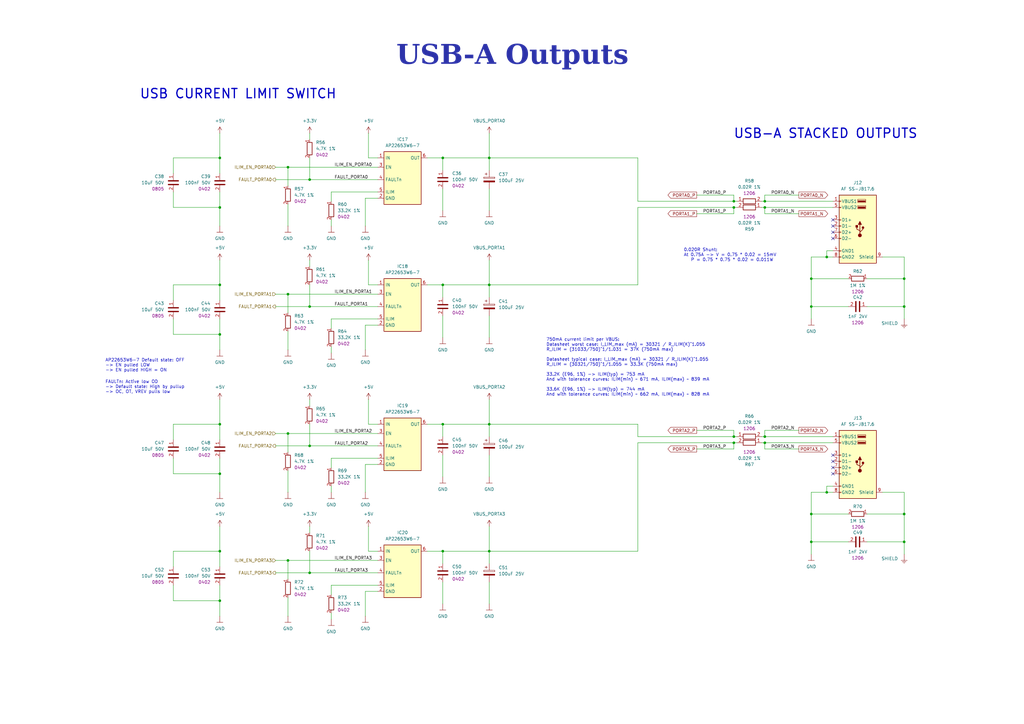
<source format=kicad_sch>
(kicad_sch (version 20250114) (generator "eeschema") (generator_version "9.0")
  (paper "A3")
  (title_block (title "USB-A Outputs") (date "2025-01-12") (rev "${REVISION}") (company "${COMPANY}"))
  (text "AP22653W6-7 Default state: OFF\n-> EN pulled LOW \n-> EN pulled HIGH = ON" (at 43.18 149.86 0) (effects (font (size 1.27 1.27)) (justify left)))
  (text "0.020R Shunt:\nAt 0.75A -> V = 0.75 * 0.02 = 15mV\n   P = 0.75 * 0.75 * 0.02 = 0.011W" (at 280.416 104.648 0) (effects (font (size 1.27 1.27)) (justify left)))
  (text "750mA current limit per VBUS:\nDatasheet worst case: I_LIM_max (mA) = 30321 / R_ILIM(K)^1.055\nR_ILIM = (31033/750)^1/1.031 = 37K (750mA max)\n\nDatasheet typical case: I_LIM_max (mA) = 30321 / R_ILIM(K)^1.055\nR_ILIM = (30321/750)^1/1.055 = 33.3K (750mA max)\n\n33.2K (E96, 1%) -> ILIM(typ) = 753 mA\nAnd with tolerance curves: ILIM(min) ~ 671 mA, ILIM(max) ~ 839 mA\n\n33.6K (E96, 1%) -> ILIM(typ) = 744 mA\nAnd with tolerance curves: ILIM(min) ~ 662 mA, ILIM(max) ~ 828 mA" (at 224.028 150.622 0) (effects (font (size 1.27 1.27)) (justify left)))
  (text "USB CURRENT LIMIT SWITCH" (at 57.15 38.608 0) (effects (font (size 3.81 3.81) (thickness 0.508) (bold yes)) (justify left)))
  (text "USB-A STACKED OUTPUTS" (at 300.736 54.864 0) (effects (font (size 3.81 3.81) (thickness 0.508) (bold yes)) (justify left)))
  (text "FAULTn: Active low OD\n-> Default state: High by pullup\n-> OC, OT, VREV pulls low" (at 43.18 158.75 0) (effects (font (size 1.27 1.27)) (justify left)))
  (text_box "USB-A Outputs" (at 12.7 16.51 0) (size 394.97 12.7) (margins 5.9999 5.9999 5.9999 5.9999) (stroke (width -0.0001)) (effects (font (size 8 8) (thickness 1.2) (bold yes))))
  (junction (at 200.66 173.99))
  (junction (at 332.74 114.3))
  (junction (at 200.66 116.84))
  (junction (at 90.17 246.38))
  (junction (at 181.61 226.06))
  (junction (at 332.74 210.82))
  (junction (at 118.11 68.58))
  (junction (at 118.11 177.8))
  (junction (at 370.84 114.3))
  (junction (at 90.17 173.99))
  (junction (at 90.17 64.77))
  (junction (at 370.84 222.25))
  (junction (at 332.74 125.73))
  (junction (at 200.66 226.06))
  (junction (at 300.99 85.09))
  (junction (at 118.11 120.65))
  (junction (at 181.61 64.77))
  (junction (at 127 182.88))
  (junction (at 90.17 137.16))
  (junction (at 200.66 64.77))
  (junction (at 181.61 116.84))
  (junction (at 300.99 179.07))
  (junction (at 370.84 210.82))
  (junction (at 90.17 226.06))
  (junction (at 300.99 181.61))
  (junction (at 370.84 125.73))
  (junction (at 118.11 229.87))
  (junction (at 313.69 82.55))
  (junction (at 90.17 194.31))
  (junction (at 313.69 179.07))
  (junction (at 127 73.66))
  (junction (at 90.17 85.09))
  (junction (at 339.09 201.93))
  (junction (at 181.61 173.99))
  (junction (at 313.69 85.09))
  (junction (at 300.99 82.55))
  (junction (at 339.09 105.41))
  (junction (at 90.17 116.84))
  (junction (at 127 234.95))
  (junction (at 332.74 222.25))
  (junction (at 313.69 181.61))
  (junction (at 127 125.73))
  (no_connect (at 341.63 194.31))
  (no_connect (at 341.63 90.17))
  (no_connect (at 341.63 97.79))
  (no_connect (at 341.63 92.71))
  (no_connect (at 341.63 186.69))
  (no_connect (at 341.63 191.77))
  (no_connect (at 341.63 189.23))
  (no_connect (at 341.63 95.25))
  (wire (pts (xy 71.12 240.03) (xy 71.12 246.38)))
  (wire (pts (xy 312.42 181.61) (xy 313.69 181.61)))
  (wire (pts (xy 90.17 116.84) (xy 90.17 123.19)))
  (wire (pts (xy 135.89 254) (xy 135.89 251.46)))
  (wire (pts (xy 332.74 105.41) (xy 332.74 114.3)))
  (wire (pts (xy 300.99 176.53) (xy 300.99 179.07)))
  (wire (pts (xy 181.61 226.06) (xy 200.66 226.06)))
  (wire (pts (xy 285.75 176.53) (xy 300.99 176.53)))
  (wire (pts (xy 313.69 80.01) (xy 327.66 80.01)))
  (wire (pts (xy 118.11 83.82) (xy 118.11 92.71)))
  (wire (pts (xy 154.94 226.06) (xy 151.13 226.06)))
  (wire (pts (xy 370.84 210.82) (xy 370.84 222.25)))
  (wire (pts (xy 181.61 116.84) (xy 181.61 121.92)))
  (wire (pts (xy 341.63 105.41) (xy 339.09 105.41)))
  (wire (pts (xy 313.69 184.15) (xy 327.66 184.15)))
  (wire (pts (xy 135.89 240.03) (xy 135.89 243.84)))
  (wire (pts (xy 200.66 226.06) (xy 200.66 215.9)))
  (wire (pts (xy 370.84 125.73) (xy 370.84 130.81)))
  (wire (pts (xy 200.66 86.36) (xy 200.66 77.47)))
  (wire (pts (xy 127 163.83) (xy 127 166.37)))
  (wire (pts (xy 200.66 195.58) (xy 200.66 186.69)))
  (wire (pts (xy 135.89 187.96) (xy 135.89 191.77)))
  (wire (pts (xy 118.11 245.11) (xy 118.11 252.73)))
  (wire (pts (xy 175.26 173.99) (xy 181.61 173.99)))
  (wire (pts (xy 300.99 85.09) (xy 302.26 85.09)))
  (wire (pts (xy 151.13 173.99) (xy 151.13 163.83)))
  (wire (pts (xy 71.12 85.09) (xy 90.17 85.09)))
  (wire (pts (xy 300.99 179.07) (xy 302.26 179.07)))
  (wire (pts (xy 71.12 64.77) (xy 90.17 64.77)))
  (wire (pts (xy 90.17 143.51) (xy 90.17 137.16)))
  (wire (pts (xy 200.66 64.77) (xy 200.66 69.85)))
  (wire (pts (xy 154.94 130.81) (xy 135.89 130.81)))
  (wire (pts (xy 370.84 222.25) (xy 355.6 222.25)))
  (wire (pts (xy 149.86 190.5) (xy 149.86 201.93)))
  (wire (pts (xy 181.61 173.99) (xy 181.61 179.07)))
  (wire (pts (xy 300.99 80.01) (xy 300.99 82.55)))
  (wire (pts (xy 200.66 247.65) (xy 200.66 238.76)))
  (wire (pts (xy 71.12 246.38) (xy 90.17 246.38)))
  (wire (pts (xy 154.94 187.96) (xy 135.89 187.96)))
  (wire (pts (xy 261.62 179.07) (xy 300.99 179.07)))
  (wire (pts (xy 200.66 173.99) (xy 200.66 179.07)))
  (wire (pts (xy 261.62 179.07) (xy 261.62 173.99)))
  (wire (pts (xy 261.62 116.84) (xy 200.66 116.84)))
  (wire (pts (xy 71.12 180.34) (xy 71.12 173.99)))
  (wire (pts (xy 332.74 222.25) (xy 332.74 227.33)))
  (wire (pts (xy 313.69 82.55) (xy 341.63 82.55)))
  (wire (pts (xy 347.98 222.25) (xy 332.74 222.25)))
  (wire (pts (xy 300.99 85.09) (xy 300.99 87.63)))
  (wire (pts (xy 71.12 71.12) (xy 71.12 64.77)))
  (wire (pts (xy 135.89 130.81) (xy 135.89 134.62)))
  (wire (pts (xy 151.13 64.77) (xy 151.13 54.61)))
  (wire (pts (xy 154.94 78.74) (xy 135.89 78.74)))
  (wire (pts (xy 361.95 105.41) (xy 370.84 105.41)))
  (wire (pts (xy 118.11 193.04) (xy 118.11 201.93)))
  (wire (pts (xy 261.62 82.55) (xy 300.99 82.55)))
  (wire (pts (xy 151.13 116.84) (xy 151.13 106.68)))
  (wire (pts (xy 118.11 229.87) (xy 154.94 229.87)))
  (wire (pts (xy 200.66 116.84) (xy 200.66 121.92)))
  (wire (pts (xy 71.12 194.31) (xy 90.17 194.31)))
  (wire (pts (xy 181.61 138.43) (xy 181.61 129.54)))
  (wire (pts (xy 261.62 173.99) (xy 200.66 173.99)))
  (wire (pts (xy 90.17 215.9) (xy 90.17 226.06)))
  (wire (pts (xy 154.94 133.35) (xy 149.86 133.35)))
  (wire (pts (xy 285.75 80.01) (xy 300.99 80.01)))
  (wire (pts (xy 113.03 182.88) (xy 127 182.88)))
  (wire (pts (xy 181.61 86.36) (xy 181.61 77.47)))
  (wire (pts (xy 200.66 116.84) (xy 200.66 106.68)))
  (wire (pts (xy 347.98 210.82) (xy 332.74 210.82)))
  (wire (pts (xy 127 54.61) (xy 127 57.15)))
  (wire (pts (xy 370.84 125.73) (xy 355.6 125.73)))
  (wire (pts (xy 90.17 201.93) (xy 90.17 194.31)))
  (wire (pts (xy 113.03 229.87) (xy 118.11 229.87)))
  (wire (pts (xy 285.75 87.63) (xy 300.99 87.63)))
  (wire (pts (xy 261.62 85.09) (xy 300.99 85.09)))
  (wire (pts (xy 181.61 64.77) (xy 181.61 69.85)))
  (wire (pts (xy 200.66 226.06) (xy 200.66 231.14)))
  (wire (pts (xy 71.12 130.81) (xy 71.12 137.16)))
  (wire (pts (xy 175.26 226.06) (xy 181.61 226.06)))
  (wire (pts (xy 71.12 226.06) (xy 90.17 226.06)))
  (wire (pts (xy 127 215.9) (xy 127 218.44)))
  (wire (pts (xy 285.75 184.15) (xy 300.99 184.15)))
  (wire (pts (xy 300.99 181.61) (xy 300.99 184.15)))
  (wire (pts (xy 370.84 114.3) (xy 370.84 125.73)))
  (wire (pts (xy 118.11 177.8) (xy 154.94 177.8)))
  (wire (pts (xy 347.98 125.73) (xy 332.74 125.73)))
  (wire (pts (xy 90.17 226.06) (xy 90.17 232.41)))
  (wire (pts (xy 313.69 181.61) (xy 313.69 184.15)))
  (wire (pts (xy 151.13 226.06) (xy 151.13 215.9)))
  (wire (pts (xy 370.84 105.41) (xy 370.84 114.3)))
  (wire (pts (xy 127 125.73) (xy 154.94 125.73)))
  (wire (pts (xy 181.61 226.06) (xy 181.61 231.14)))
  (wire (pts (xy 361.95 201.93) (xy 370.84 201.93)))
  (wire (pts (xy 90.17 173.99) (xy 90.17 180.34)))
  (wire (pts (xy 154.94 242.57) (xy 149.86 242.57)))
  (wire (pts (xy 181.61 64.77) (xy 200.66 64.77)))
  (wire (pts (xy 127 73.66) (xy 154.94 73.66)))
  (wire (pts (xy 113.03 234.95) (xy 127 234.95)))
  (wire (pts (xy 300.99 181.61) (xy 302.26 181.61)))
  (wire (pts (xy 154.94 64.77) (xy 151.13 64.77)))
  (wire (pts (xy 313.69 181.61) (xy 341.63 181.61)))
  (wire (pts (xy 339.09 201.93) (xy 332.74 201.93)))
  (wire (pts (xy 341.63 201.93) (xy 339.09 201.93)))
  (wire (pts (xy 154.94 173.99) (xy 151.13 173.99)))
  (wire (pts (xy 127 64.77) (xy 127 73.66)))
  (wire (pts (xy 300.99 82.55) (xy 302.26 82.55)))
  (wire (pts (xy 339.09 105.41) (xy 332.74 105.41)))
  (wire (pts (xy 135.89 201.93) (xy 135.89 199.39)))
  (wire (pts (xy 339.09 199.39) (xy 339.09 201.93)))
  (wire (pts (xy 127 106.68) (xy 127 109.22)))
  (wire (pts (xy 71.12 187.96) (xy 71.12 194.31)))
  (wire (pts (xy 181.61 195.58) (xy 181.61 186.69)))
  (wire (pts (xy 118.11 135.89) (xy 118.11 143.51)))
  (wire (pts (xy 71.12 173.99) (xy 90.17 173.99)))
  (wire (pts (xy 118.11 229.87) (xy 118.11 237.49)))
  (wire (pts (xy 261.62 85.09) (xy 261.62 116.84)))
  (wire (pts (xy 71.12 137.16) (xy 90.17 137.16)))
  (wire (pts (xy 127 182.88) (xy 154.94 182.88)))
  (wire (pts (xy 261.62 82.55) (xy 261.62 64.77)))
  (wire (pts (xy 118.11 68.58) (xy 118.11 76.2)))
  (wire (pts (xy 113.03 73.66) (xy 127 73.66)))
  (wire (pts (xy 135.89 78.74) (xy 135.89 82.55)))
  (wire (pts (xy 332.74 210.82) (xy 332.74 222.25)))
  (wire (pts (xy 181.61 173.99) (xy 200.66 173.99)))
  (wire (pts (xy 90.17 163.83) (xy 90.17 173.99)))
  (wire (pts (xy 332.74 114.3) (xy 332.74 125.73)))
  (wire (pts (xy 370.84 201.93) (xy 370.84 210.82)))
  (wire (pts (xy 261.62 181.61) (xy 300.99 181.61)))
  (wire (pts (xy 332.74 125.73) (xy 332.74 130.81)))
  (wire (pts (xy 312.42 85.09) (xy 313.69 85.09)))
  (wire (pts (xy 127 234.95) (xy 154.94 234.95)))
  (wire (pts (xy 313.69 176.53) (xy 327.66 176.53)))
  (wire (pts (xy 154.94 240.03) (xy 135.89 240.03)))
  (wire (pts (xy 332.74 201.93) (xy 332.74 210.82)))
  (wire (pts (xy 90.17 92.71) (xy 90.17 85.09)))
  (wire (pts (xy 313.69 80.01) (xy 313.69 82.55)))
  (wire (pts (xy 71.12 123.19) (xy 71.12 116.84)))
  (wire (pts (xy 200.66 138.43) (xy 200.66 129.54)))
  (wire (pts (xy 181.61 247.65) (xy 181.61 238.76)))
  (wire (pts (xy 90.17 246.38) (xy 90.17 240.03)))
  (wire (pts (xy 149.86 133.35) (xy 149.86 143.51)))
  (wire (pts (xy 149.86 81.28) (xy 149.86 92.71)))
  (wire (pts (xy 90.17 137.16) (xy 90.17 130.81)))
  (wire (pts (xy 261.62 64.77) (xy 200.66 64.77)))
  (wire (pts (xy 181.61 116.84) (xy 200.66 116.84)))
  (wire (pts (xy 71.12 232.41) (xy 71.12 226.06)))
  (wire (pts (xy 341.63 199.39) (xy 339.09 199.39)))
  (wire (pts (xy 370.84 114.3) (xy 355.6 114.3)))
  (wire (pts (xy 90.17 194.31) (xy 90.17 187.96)))
  (wire (pts (xy 154.94 190.5) (xy 149.86 190.5)))
  (wire (pts (xy 370.84 222.25) (xy 370.84 227.33)))
  (wire (pts (xy 312.42 82.55) (xy 313.69 82.55)))
  (wire (pts (xy 313.69 85.09) (xy 313.69 87.63)))
  (wire (pts (xy 261.62 226.06) (xy 200.66 226.06)))
  (wire (pts (xy 127 173.99) (xy 127 182.88)))
  (wire (pts (xy 127 116.84) (xy 127 125.73)))
  (wire (pts (xy 90.17 64.77) (xy 90.17 71.12)))
  (wire (pts (xy 175.26 64.77) (xy 181.61 64.77)))
  (wire (pts (xy 135.89 92.71) (xy 135.89 90.17)))
  (wire (pts (xy 113.03 125.73) (xy 127 125.73)))
  (wire (pts (xy 90.17 54.61) (xy 90.17 64.77)))
  (wire (pts (xy 312.42 179.07) (xy 313.69 179.07)))
  (wire (pts (xy 118.11 120.65) (xy 154.94 120.65)))
  (wire (pts (xy 313.69 176.53) (xy 313.69 179.07)))
  (wire (pts (xy 71.12 116.84) (xy 90.17 116.84)))
  (wire (pts (xy 118.11 120.65) (xy 118.11 128.27)))
  (wire (pts (xy 113.03 68.58) (xy 118.11 68.58)))
  (wire (pts (xy 154.94 116.84) (xy 151.13 116.84)))
  (wire (pts (xy 154.94 81.28) (xy 149.86 81.28)))
  (wire (pts (xy 90.17 252.73) (xy 90.17 246.38)))
  (wire (pts (xy 175.26 116.84) (xy 181.61 116.84)))
  (wire (pts (xy 149.86 242.57) (xy 149.86 252.73)))
  (wire (pts (xy 370.84 210.82) (xy 355.6 210.82)))
  (wire (pts (xy 90.17 85.09) (xy 90.17 78.74)))
  (wire (pts (xy 71.12 78.74) (xy 71.12 85.09)))
  (wire (pts (xy 339.09 102.87) (xy 339.09 105.41)))
  (wire (pts (xy 313.69 85.09) (xy 341.63 85.09)))
  (wire (pts (xy 200.66 64.77) (xy 200.66 54.61)))
  (wire (pts (xy 118.11 177.8) (xy 118.11 185.42)))
  (wire (pts (xy 113.03 177.8) (xy 118.11 177.8)))
  (wire (pts (xy 113.03 120.65) (xy 118.11 120.65)))
  (wire (pts (xy 341.63 102.87) (xy 339.09 102.87)))
  (wire (pts (xy 90.17 106.68) (xy 90.17 116.84)))
  (wire (pts (xy 135.89 144.78) (xy 135.89 142.24)))
  (wire (pts (xy 118.11 68.58) (xy 154.94 68.58)))
  (wire (pts (xy 313.69 179.07) (xy 341.63 179.07)))
  (wire (pts (xy 261.62 181.61) (xy 261.62 226.06)))
  (wire (pts (xy 347.98 114.3) (xy 332.74 114.3)))
  (wire (pts (xy 200.66 173.99) (xy 200.66 163.83)))
  (wire (pts (xy 313.69 87.63) (xy 327.66 87.63)))
  (wire (pts (xy 127 226.06) (xy 127 234.95)))
  (label "ILIM_EN_PORTA1" (at 137.16 120.65 0))
  (label "PORTA3_N" (at 316.23 184.15 0))
  (label "PORTA1_P" (at 288.29 87.63 0))
  (label "FAULT_PORTA2" (at 137.16 182.88 0))
  (label "PORTA2_P" (at 288.29 176.53 0))
  (label "PORTA1_N" (at 316.23 87.63 0))
  (label "PORTA0_P" (at 288.29 80.01 0))
  (label "FAULT_PORTA1" (at 137.16 125.73 0))
  (label "FAULT_PORTA0" (at 137.16 73.66 0))
  (label "FAULT_PORTA3" (at 137.16 234.95 0))
  (label "PORTA0_N" (at 316.23 80.01 0))
  (label "PORTA3_P" (at 288.29 184.15 0))
  (label "PORTA2_N" (at 316.23 176.53 0))
  (label "ILIM_EN_PORTA2" (at 137.16 177.8 0))
  (label "ILIM_EN_PORTA0" (at 137.16 68.58 0))
  (label "ILIM_EN_PORTA3" (at 137.16 229.87 0))
  (global_label "PORTA3_P" (shape output) (at 285.75 184.15 180) (property "Intersheetrefs" "${INTERSHEET_REFS}" (effects (hide yes))))
  (global_label "PORTA0_P" (shape output) (at 285.75 80.01 180) (property "Intersheetrefs" "${INTERSHEET_REFS}" (effects (hide yes))))
  (global_label "PORTA1_P" (shape output) (at 285.75 87.63 180) (property "Intersheetrefs" "${INTERSHEET_REFS}" (effects (hide yes))))
  (global_label "PORTA0_N" (shape output) (at 327.66 80.01 0) (property "Intersheetrefs" "${INTERSHEET_REFS}" (effects (hide yes))))
  (global_label "PORTA2_P" (shape output) (at 285.75 176.53 180) (property "Intersheetrefs" "${INTERSHEET_REFS}" (effects (hide yes))))
  (global_label "PORTA1_N" (shape output) (at 327.66 87.63 0) (property "Intersheetrefs" "${INTERSHEET_REFS}" (effects (hide yes))))
  (global_label "PORTA3_N" (shape output) (at 327.66 184.15 0) (property "Intersheetrefs" "${INTERSHEET_REFS}" (effects (hide yes))))
  (global_label "PORTA2_N" (shape output) (at 327.66 176.53 0) (property "Intersheetrefs" "${INTERSHEET_REFS}" (effects (hide yes))))
  (hierarchical_label "FAULT_PORTA0" (shape output) (at 113.03 73.66 180))
  (hierarchical_label "ILIM_EN_PORTA0" (shape input) (at 113.03 68.58 180))
  (hierarchical_label "FAULT_PORTA3" (shape output) (at 113.03 234.95 180))
  (hierarchical_label "ILIM_EN_PORTA1" (shape input) (at 113.03 120.65 180))
  (hierarchical_label "FAULT_PORTA2" (shape output) (at 113.03 182.88 180))
  (hierarchical_label "ILIM_EN_PORTA2" (shape input) (at 113.03 177.8 180))
  (hierarchical_label "FAULT_PORTA1" (shape output) (at 113.03 125.73 180))
  (hierarchical_label "ILIM_EN_PORTA3" (shape input) (at 113.03 229.87 180))
  (symbol (lib_id "power:+5V") (at 151.13 163.83 0) (unit 1)
    (property "Reference" "#PWR185" (effects (hide yes)))
    (property "Value" "+5V" (at 151.13 158.75 0))
    (property "Description" "Power symbol creates a global label with name \"+5V\"" (effects (hide yes)))
  )
  (symbol (lib_id "DS_Resistor_0402:4.7K 1% 0402") (at 118.11 189.23 0) (unit 1)
    (property "Reference" "R68" (at 120.65 186.6899 0) (effects (justify left)))
    (property "Value" "4.7K 1%" (at 120.65 189.2299 0) (effects (justify left)))
    (property "Footprint" "Resistor_SMD:R_0402_1005Metric" (effects (hide yes)))
    (property "Description" "62.5mW Thick Film Resistors 50V ±100ppm/℃ ±1% 4.7kΩ 0402 Chip Resistor - Surface Mount ROHS" (effects (hide yes)))
    (property "LCSC_PART" "C25900" (effects (hide yes)))
    (property "ROHS" "YES" (effects (hide yes)))
    (property "FOOTPRINT_SHORT" "0402" (at 120.65 191.7699 0) (effects (justify left)))
  )
  (symbol (lib_id "DS_Resistor_1206:0.02R 1% 1206") (at 307.34 181.61 270) (mirror x) (unit 1)
    (property "Reference" "R67" (at 307.34 190.5 90))
    (property "Value" "0.02R 1%" (at 307.34 187.96 90))
    (property "Footprint" "Resistor_SMD:R_1206_3216Metric" (effects (hide yes)))
    (property "Datasheet" "https://jlcpcb.com/api/file/downloadByFileSystemAccessId/8589941403372855296" (effects (hide yes)))
    (property "Description" "20mΩ 250mW ±1% ±75ppm/°C 1206 Chip Resistor - Surface Mount ROHS" (effects (hide yes)))
    (property "LCSC_PART" "C844895" (effects (hide yes)))
    (property "ROHS" "YES" (effects (hide yes)))
    (property "FOOTPRINT_SHORT" "1206" (at 307.34 185.42 90))
    (property "MFR" "Vishay " (effects (hide yes)))
    (property "MPN" "WSL1206R0200FEA" (effects (hide yes)))
  )
  (symbol (lib_id "DS_Resistor_0402:4.7K 1% 0402") (at 127 170.18 0) (unit 1)
    (property "Reference" "R65" (at 129.54 167.6399 0) (effects (justify left)))
    (property "Value" "4.7K 1%" (at 129.54 170.1799 0) (effects (justify left)))
    (property "Footprint" "Resistor_SMD:R_0402_1005Metric" (effects (hide yes)))
    (property "Description" "62.5mW Thick Film Resistors 50V ±100ppm/℃ ±1% 4.7kΩ 0402 Chip Resistor - Surface Mount ROHS" (effects (hide yes)))
    (property "LCSC_PART" "C25900" (effects (hide yes)))
    (property "ROHS" "YES" (effects (hide yes)))
    (property "FOOTPRINT_SHORT" "0402" (at 129.54 172.7199 0) (effects (justify left)))
  )
  (symbol (lib_id "DS_Resistor_0402:4.7K 1% 0402") (at 118.11 132.08 0) (unit 1)
    (property "Reference" "R63" (at 120.65 129.5399 0) (effects (justify left)))
    (property "Value" "4.7K 1%" (at 120.65 132.0799 0) (effects (justify left)))
    (property "Footprint" "Resistor_SMD:R_0402_1005Metric" (effects (hide yes)))
    (property "Description" "62.5mW Thick Film Resistors 50V ±100ppm/℃ ±1% 4.7kΩ 0402 Chip Resistor - Surface Mount ROHS" (effects (hide yes)))
    (property "LCSC_PART" "C25900" (effects (hide yes)))
    (property "ROHS" "YES" (effects (hide yes)))
    (property "FOOTPRINT_SHORT" "0402" (at 120.65 134.6199 0) (effects (justify left)))
  )
  (symbol (lib_id "DS_Resistor_1206:0.02R 1% 1206") (at 307.34 179.07 90) (mirror x) (unit 1)
    (property "Reference" "R66" (at 307.34 170.688 90))
    (property "Value" "0.02R 1%" (at 307.34 173.228 90))
    (property "Footprint" "Resistor_SMD:R_1206_3216Metric" (effects (hide yes)))
    (property "Datasheet" "https://jlcpcb.com/api/file/downloadByFileSystemAccessId/8589941403372855296" (effects (hide yes)))
    (property "Description" "20mΩ 250mW ±1% ±75ppm/°C 1206 Chip Resistor - Surface Mount ROHS" (effects (hide yes)))
    (property "LCSC_PART" "C844895" (effects (hide yes)))
    (property "ROHS" "YES" (effects (hide yes)))
    (property "FOOTPRINT_SHORT" "1206" (at 307.34 175.768 90))
    (property "MFR" "Vishay " (effects (hide yes)))
    (property "MPN" "WSL1206R0200FEA" (effects (hide yes)))
  )
  (symbol (lib_id "DS_Capacitor_0402:100nF 50V 0402") (at 181.61 182.88 0) (unit 1)
    (property "Reference" "C45" (at 185.42 180.3399 0) (effects (justify left)))
    (property "Value" "100nF 50V" (at 185.42 182.8799 0) (effects (justify left)))
    (property "Footprint" "Capacitor_SMD:C_0402_1005Metric" (effects (hide yes)))
    (property "Description" "50V 100nF X7R ±10% 0402 Multilayer Ceramic Capacitors MLCC - SMD/SMT ROHS" (effects (hide yes)))
    (property "FOOTPRINT_SHORT" "0402" (at 185.42 185.4199 0) (effects (justify left)))
    (property "ROHS" "YES" (effects (hide yes)))
    (property "LCSC_PART" "C307331" (effects (hide yes)))
  )
  (symbol (lib_id "DS_Supply:GND") (at 200.66 195.58 0) (unit 1)
    (property "Reference" "#PWR188" (effects (hide yes)))
    (property "Value" "GND" (at 200.66 200.66 0))
    (property "Description" "Power symbol creates a global label with name \"GND\" , ground" (effects (hide yes)))
  )
  (symbol (lib_id "power:+5V") (at 90.17 54.61 0) (unit 1)
    (property "Reference" "#PWR162" (effects (hide yes)))
    (property "Value" "+5V" (at 90.17 49.53 0))
    (property "Description" "Power symbol creates a global label with name \"+5V\"" (effects (hide yes)))
  )
  (symbol (lib_id "power:VBUS") (at 200.66 215.9 0) (unit 1)
    (property "Reference" "#PWR196" (effects (hide yes)))
    (property "Value" "VBUS_PORTA3" (at 200.66 210.82 0))
    (property "Description" "Power symbol creates a global label with name \"VBUS\"" (effects (hide yes)))
  )
  (symbol (lib_id "DS_Supply:GND") (at 135.89 92.71 0) (unit 1)
    (property "Reference" "#PWR170" (effects (hide yes)))
    (property "Value" "GND" (at 135.89 97.79 0))
    (property "Description" "Power symbol creates a global label with name \"GND\" , ground" (effects (hide yes)))
  )
  (symbol (lib_id "power:VBUS") (at 200.66 163.83 0) (unit 1)
    (property "Reference" "#PWR186" (effects (hide yes)))
    (property "Value" "VBUS_PORTA2" (at 200.66 158.75 0))
    (property "Description" "Power symbol creates a global label with name \"VBUS\"" (effects (hide yes)))
  )
  (symbol (lib_id "DS_Supply:GND") (at 90.17 92.71 0) (unit 1)
    (property "Reference" "#PWR168" (effects (hide yes)))
    (property "Value" "GND" (at 90.17 97.79 0))
    (property "Description" "Power symbol creates a global label with name \"GND\" , ground" (effects (hide yes)))
  )
  (symbol (lib_id "DS_Peripherals:AP22653W6") (at 165.1 72.39 0) (unit 1)
    (property "Reference" "IC17" (at 165.1 57.15 0))
    (property "Value" "AP22653W6-7" (at 165.1 59.69 0))
    (property "Footprint" "DS_Peripherals:SOT-23-6" (effects (hide yes)))
    (property "Datasheet" "https://www.diodes.com/assets/Datasheets/AP22652_53_52A_53A.pdf" (effects (hide yes)))
    (property "Description" "Active High High Side Switch Short-Circuit Protection(SCP)、Over Voltage Protection、Undervoltage Protection(UVP)、Overcurrent Protection(OCP)、Overtemperature protection (OTP) SOT-26 Power Distribution Switches ROHS" (effects (hide yes)))
    (property "MPN" "AP22653W6-7" (effects (hide yes)))
    (property "MFR" "Diodes Incorporated" (effects (hide yes)))
    (property "ROHS" "YES" (effects (hide yes)))
    (property "LCSC_PART" "C2158037" (effects (hide yes)))
    (property "DIST1" "https://www.digikey.at/en/products/detail/diodes-incorporated/AP22653W6-7/10481162?s=N4IgTCBcDaIIIAUxgGwFYDMB1FBaA7CALoC%2BQA" (effects (hide yes)))
  )
  (symbol (lib_id "DS_Capacitor_0402:100nF 50V 0402") (at 90.17 127 0) (mirror y) (unit 1)
    (property "Reference" "C44" (at 86.36 124.4599 0) (effects (justify left)))
    (property "Value" "100nF 50V" (at 86.36 126.9999 0) (effects (justify left)))
    (property "Footprint" "Capacitor_SMD:C_0402_1005Metric" (effects (hide yes)))
    (property "Description" "50V 100nF X7R ±10% 0402 Multilayer Ceramic Capacitors MLCC - SMD/SMT ROHS" (effects (hide yes)))
    (property "FOOTPRINT_SHORT" "0402" (at 86.36 129.5399 0) (effects (justify left)))
    (property "ROHS" "YES" (effects (hide yes)))
    (property "LCSC_PART" "C307331" (effects (hide yes)))
  )
  (symbol (lib_id "DS_Supply:GND") (at 149.86 201.93 0) (unit 1)
    (property "Reference" "#PWR192" (effects (hide yes)))
    (property "Value" "GND" (at 149.86 207.01 0))
    (property "Description" "Power symbol creates a global label with name \"GND\" , ground" (effects (hide yes)))
  )
  (symbol (lib_id "DS_Supply:SHIELD") (at 370.84 228.6 0) (mirror y) (unit 1) (in_bom no) (on_board no)
    (property "Reference" "#SHIELD4" (effects (hide yes)))
    (property "Value" "SHIELD" (at 368.3 229.1079 0) (effects (justify left)))
    (property "Description" "Power symbol creates a global label with name \"SHIELD\"" (effects (hide yes)))
  )
  (symbol (lib_id "power:+5V") (at 151.13 106.68 0) (unit 1)
    (property "Reference" "#PWR174" (effects (hide yes)))
    (property "Value" "+5V" (at 151.13 101.6 0))
    (property "Description" "Power symbol creates a global label with name \"+5V\"" (effects (hide yes)))
  )
  (symbol (lib_id "DS_Supply:GND") (at 118.11 252.73 0) (unit 1)
    (property "Reference" "#PWR201" (effects (hide yes)))
    (property "Value" "GND" (at 118.11 257.81 0))
    (property "Description" "Power symbol creates a global label with name \"GND\" , ground" (effects (hide yes)))
  )
  (symbol (lib_id "DS_Peripherals:AP22653W6") (at 165.1 181.61 0) (unit 1)
    (property "Reference" "IC19" (at 165.1 166.37 0))
    (property "Value" "AP22653W6-7" (at 165.1 168.91 0))
    (property "Footprint" "DS_Peripherals:SOT-23-6" (effects (hide yes)))
    (property "Datasheet" "https://www.diodes.com/assets/Datasheets/AP22652_53_52A_53A.pdf" (effects (hide yes)))
    (property "Description" "Active High High Side Switch Short-Circuit Protection(SCP)、Over Voltage Protection、Undervoltage Protection(UVP)、Overcurrent Protection(OCP)、Overtemperature protection (OTP) SOT-26 Power Distribution Switches ROHS" (effects (hide yes)))
    (property "MPN" "AP22653W6-7" (effects (hide yes)))
    (property "MFR" "Diodes Incorporated" (effects (hide yes)))
    (property "ROHS" "YES" (effects (hide yes)))
    (property "LCSC_PART" "C2158037" (effects (hide yes)))
    (property "DIST1" "https://www.digikey.at/en/products/detail/diodes-incorporated/AP22653W6-7/10481162?s=N4IgTCBcDaIIIAUxgGwFYDMB1FBaA7CALoC%2BQA" (effects (hide yes)))
  )
  (symbol (lib_id "DS_Supply:GND") (at 181.61 138.43 0) (unit 1)
    (property "Reference" "#PWR177" (effects (hide yes)))
    (property "Value" "GND" (at 181.61 143.51 0))
    (property "Description" "Power symbol creates a global label with name \"GND\" , ground" (effects (hide yes)))
  )
  (symbol (lib_id "power:+3.3V") (at 127 106.68 0) (unit 1)
    (property "Reference" "#PWR173" (effects (hide yes)))
    (property "Value" "+3.3V" (at 127 101.6 0))
    (property "Description" "Power symbol creates a global label with name \"+3.3V\"" (effects (hide yes)))
  )
  (symbol (lib_id "DS_Supply:GND") (at 118.11 201.93 0) (unit 1)
    (property "Reference" "#PWR190" (effects (hide yes)))
    (property "Value" "GND" (at 118.11 207.01 0))
    (property "Description" "Power symbol creates a global label with name \"GND\" , ground" (effects (hide yes)))
  )
  (symbol (lib_id "DS_Supply:GND") (at 200.66 86.36 0) (unit 1)
    (property "Reference" "#PWR167" (effects (hide yes)))
    (property "Value" "GND" (at 200.66 91.44 0))
    (property "Description" "Power symbol creates a global label with name \"GND\" , ground" (effects (hide yes)))
  )
  (symbol (lib_id "DS_Capacitor_0402:100nF 50V 0402") (at 181.61 125.73 0) (unit 1)
    (property "Reference" "C40" (at 185.42 123.1899 0) (effects (justify left)))
    (property "Value" "100nF 50V" (at 185.42 125.7299 0) (effects (justify left)))
    (property "Footprint" "Capacitor_SMD:C_0402_1005Metric" (effects (hide yes)))
    (property "Description" "50V 100nF X7R ±10% 0402 Multilayer Ceramic Capacitors MLCC - SMD/SMT ROHS" (effects (hide yes)))
    (property "FOOTPRINT_SHORT" "0402" (at 185.42 128.2699 0) (effects (justify left)))
    (property "ROHS" "YES" (effects (hide yes)))
    (property "LCSC_PART" "C307331" (effects (hide yes)))
  )
  (symbol (lib_id "DS_Resistor_0402:33.2K 1% 0402") (at 135.89 195.58 0) (unit 1)
    (property "Reference" "R69" (at 138.43 193.0399 0) (effects (justify left)))
    (property "Value" "33.2K 1%" (at 138.43 195.5799 0) (effects (justify left)))
    (property "Footprint" "Resistor_SMD:R_0402_1005Metric" (effects (hide yes)))
    (property "Datasheet" "https://jlcpcb.com/api/file/downloadByFileSystemAccessId/8588946345579458560" (effects (hide yes)))
    (property "Description" "33.2kΩ 50V 62.5mW Thick Film Resistor ±1% ±100ppm/°C 0402 Chip Resistor - Surface Mount ROHS" (effects (hide yes)))
    (property "LCSC_PART" "C324836" (effects (hide yes)))
    (property "ROHS" "YES" (effects (hide yes)))
    (property "FOOTPRINT_SHORT" "0402" (at 138.43 198.1199 0) (effects (justify left)))
    (property "MFR" "FH " (effects (hide yes)))
    (property "MPN" "RC-02K3322FT" (effects (hide yes)))
  )
  (symbol (lib_id "DS_Capacitor_0805:10uF 50V 0805") (at 71.12 74.93 0) (unit 1)
    (property "Reference" "C38" (at 67.31 72.3899 0) (effects (justify right)))
    (property "Value" "10uF 50V" (at 67.31 74.9299 0) (effects (justify right)))
    (property "Footprint" "Capacitor_SMD:C_0805_2012Metric" (effects (hide yes)))
    (property "Description" "50V 10uF X5R ±10% 0805 Multilayer Ceramic Capacitors MLCC - SMD/SMT ROHS" (effects (hide yes)))
    (property "FOOTPRINT_SHORT" "0805" (at 67.31 77.4699 0) (effects (justify right)))
    (property "ROHS" "YES" (effects (hide yes)))
    (property "LCSC_PART" "C440198" (effects (hide yes)))
  )
  (symbol (lib_id "DS_Peripherals:AP22653W6") (at 165.1 233.68 0) (unit 1)
    (property "Reference" "IC20" (at 165.1 218.44 0))
    (property "Value" "AP22653W6-7" (at 165.1 220.98 0))
    (property "Footprint" "DS_Peripherals:SOT-23-6" (effects (hide yes)))
    (property "Datasheet" "https://www.diodes.com/assets/Datasheets/AP22652_53_52A_53A.pdf" (effects (hide yes)))
    (property "Description" "Active High High Side Switch Short-Circuit Protection(SCP)、Over Voltage Protection、Undervoltage Protection(UVP)、Overcurrent Protection(OCP)、Overtemperature protection (OTP) SOT-26 Power Distribution Switches ROHS" (effects (hide yes)))
    (property "MPN" "AP22653W6-7" (effects (hide yes)))
    (property "MFR" "Diodes Incorporated" (effects (hide yes)))
    (property "ROHS" "YES" (effects (hide yes)))
    (property "LCSC_PART" "C2158037" (effects (hide yes)))
    (property "DIST1" "https://www.digikey.at/en/products/detail/diodes-incorporated/AP22653W6-7/10481162?s=N4IgTCBcDaIIIAUxgGwFYDMB1FBaA7CALoC%2BQA" (effects (hide yes)))
  )
  (symbol (lib_id "DS_Capacitor_ELKO:100uF 25V") (at 200.66 125.73 0) (unit 1)
    (property "Reference" "C41" (at 204.47 123.5709 0) (effects (justify left)))
    (property "Value" "100uF 25V" (at 204.47 126.1109 0) (effects (justify left)))
    (property "Footprint" "DS_Capacitor:C_Elec_6.3x7.7" (effects (hide yes)))
    (property "Datasheet" "https://jlcpcb.com/api/file/downloadByFileSystemAccessId/8588895761480495104" (effects (hide yes)))
    (property "Description" "100uF 2000hrs@105°C 25V 6.3mm 7.7mm 93mA@120Hz ±20% SMD,D6.3xL7.7mm Aluminum Electrolytic Capacitors - SMD ROHS" (effects (hide yes)))
    (property "MPN" "RVT1E101M0607" (effects (hide yes)))
    (property "MFR" "ROQANG" (effects (hide yes)))
    (property "ROHS" "YES" (effects (hide yes)))
    (property "LCSC_PART" "C72477" (effects (hide yes)))
    (property "LCSC_PRICE" "EUR 0.0320" (effects (hide yes)))
  )
  (symbol (lib_id "DS_Resistor_1206:0.02R 1% 1206") (at 307.34 85.09 270) (mirror x) (unit 1)
    (property "Reference" "R59" (at 307.34 93.98 90))
    (property "Value" "0.02R 1%" (at 307.34 91.44 90))
    (property "Footprint" "Resistor_SMD:R_1206_3216Metric" (effects (hide yes)))
    (property "Datasheet" "https://jlcpcb.com/api/file/downloadByFileSystemAccessId/8589941403372855296" (effects (hide yes)))
    (property "Description" "20mΩ 250mW ±1% ±75ppm/°C 1206 Chip Resistor - Surface Mount ROHS" (effects (hide yes)))
    (property "LCSC_PART" "C844895" (effects (hide yes)))
    (property "ROHS" "YES" (effects (hide yes)))
    (property "FOOTPRINT_SHORT" "1206" (at 307.34 88.9 90))
    (property "MFR" "Vishay " (effects (hide yes)))
    (property "MPN" "WSL1206R0200FEA" (effects (hide yes)))
  )
  (symbol (lib_id "power:+3.3V") (at 127 163.83 0) (unit 1)
    (property "Reference" "#PWR184" (effects (hide yes)))
    (property "Value" "+3.3V" (at 127 158.75 0))
    (property "Description" "Power symbol creates a global label with name \"+3.3V\"" (effects (hide yes)))
  )
  (symbol (lib_id "DS_Capacitor_0402:100nF 50V 0402") (at 90.17 236.22 0) (mirror y) (unit 1)
    (property "Reference" "C53" (at 86.36 233.6799 0) (effects (justify left)))
    (property "Value" "100nF 50V" (at 86.36 236.2199 0) (effects (justify left)))
    (property "Footprint" "Capacitor_SMD:C_0402_1005Metric" (effects (hide yes)))
    (property "Description" "50V 100nF X7R ±10% 0402 Multilayer Ceramic Capacitors MLCC - SMD/SMT ROHS" (effects (hide yes)))
    (property "FOOTPRINT_SHORT" "0402" (at 86.36 238.7599 0) (effects (justify left)))
    (property "ROHS" "YES" (effects (hide yes)))
    (property "LCSC_PART" "C307331" (effects (hide yes)))
  )
  (symbol (lib_id "DS_Resistor_0402:33.2K 1% 0402") (at 135.89 138.43 0) (unit 1)
    (property "Reference" "R64" (at 138.43 135.8899 0) (effects (justify left)))
    (property "Value" "33.2K 1%" (at 138.43 138.4299 0) (effects (justify left)))
    (property "Footprint" "Resistor_SMD:R_0402_1005Metric" (effects (hide yes)))
    (property "Datasheet" "https://jlcpcb.com/api/file/downloadByFileSystemAccessId/8588946345579458560" (effects (hide yes)))
    (property "Description" "33.2kΩ 50V 62.5mW Thick Film Resistor ±1% ±100ppm/°C 0402 Chip Resistor - Surface Mount ROHS" (effects (hide yes)))
    (property "LCSC_PART" "C324836" (effects (hide yes)))
    (property "ROHS" "YES" (effects (hide yes)))
    (property "FOOTPRINT_SHORT" "0402" (at 138.43 140.9699 0) (effects (justify left)))
    (property "MFR" "FH " (effects (hide yes)))
    (property "MPN" "RC-02K3322FT" (effects (hide yes)))
  )
  (symbol (lib_id "DS_Capacitor_0402:100nF 50V 0402") (at 181.61 234.95 0) (unit 1)
    (property "Reference" "C50" (at 185.42 232.4099 0) (effects (justify left)))
    (property "Value" "100nF 50V" (at 185.42 234.9499 0) (effects (justify left)))
    (property "Footprint" "Capacitor_SMD:C_0402_1005Metric" (effects (hide yes)))
    (property "Description" "50V 100nF X7R ±10% 0402 Multilayer Ceramic Capacitors MLCC - SMD/SMT ROHS" (effects (hide yes)))
    (property "FOOTPRINT_SHORT" "0402" (at 185.42 237.4899 0) (effects (justify left)))
    (property "ROHS" "YES" (effects (hide yes)))
    (property "LCSC_PART" "C307331" (effects (hide yes)))
  )
  (symbol (lib_id "DS_Supply:GND") (at 181.61 247.65 0) (unit 1)
    (property "Reference" "#PWR198" (effects (hide yes)))
    (property "Value" "GND" (at 181.61 252.73 0))
    (property "Description" "Power symbol creates a global label with name \"GND\" , ground" (effects (hide yes)))
  )
  (symbol (lib_id "DS_Supply:GND") (at 135.89 144.78 0) (unit 1)
    (property "Reference" "#PWR182" (effects (hide yes)))
    (property "Value" "GND" (at 135.89 149.86 0))
    (property "Description" "Power symbol creates a global label with name \"GND\" , ground" (effects (hide yes)))
  )
  (symbol (lib_id "DS_Connector:USB_A Stacled") (at 351.79 93.98 0) (mirror y) (unit 1)
    (property "Reference" "J12" (at 351.79 74.93 0))
    (property "Value" "AF SS-JB17.6" (at 351.79 77.47 0))
    (property "Footprint" "DS_Connector:USB_A_Horizontal_Stacked" (effects (hide yes)))
    (property "Datasheet" "https://jlcpcb.com/api/file/downloadByFileSystemAccessId/8588937323954245632" (effects (hide yes)))
    (property "Description" "1.5A 17.6mm 2 30V 4Px2 5,000 times Female Right Angle Type-A USB 2.0 White USB Connectors ROHS" (effects (hide yes)))
    (property "ROHS" "YES" (effects (hide yes)))
    (property "LCSC_PART" "C456021" (effects (hide yes)))
    (property "MPN" "AF SS-JB17.6" (effects (hide yes)))
    (property "MFR" "SHOU HAN" (effects (hide yes)))
  )
  (symbol (lib_id "DS_Peripherals:AP22653W6") (at 165.1 124.46 0) (unit 1)
    (property "Reference" "IC18" (at 165.1 109.22 0))
    (property "Value" "AP22653W6-7" (at 165.1 111.76 0))
    (property "Footprint" "DS_Peripherals:SOT-23-6" (effects (hide yes)))
    (property "Datasheet" "https://www.diodes.com/assets/Datasheets/AP22652_53_52A_53A.pdf" (effects (hide yes)))
    (property "Description" "Active High High Side Switch Short-Circuit Protection(SCP)、Over Voltage Protection、Undervoltage Protection(UVP)、Overcurrent Protection(OCP)、Overtemperature protection (OTP) SOT-26 Power Distribution Switches ROHS" (effects (hide yes)))
    (property "MPN" "AP22653W6-7" (effects (hide yes)))
    (property "MFR" "Diodes Incorporated" (effects (hide yes)))
    (property "ROHS" "YES" (effects (hide yes)))
    (property "LCSC_PART" "C2158037" (effects (hide yes)))
    (property "DIST1" "https://www.digikey.at/en/products/detail/diodes-incorporated/AP22653W6-7/10481162?s=N4IgTCBcDaIIIAUxgGwFYDMB1FBaA7CALoC%2BQA" (effects (hide yes)))
  )
  (symbol (lib_id "DS_Resistor_0402:33.2K 1% 0402") (at 135.89 86.36 0) (unit 1)
    (property "Reference" "R60" (at 138.43 83.8199 0) (effects (justify left)))
    (property "Value" "33.2K 1%" (at 138.43 86.3599 0) (effects (justify left)))
    (property "Footprint" "Resistor_SMD:R_0402_1005Metric" (effects (hide yes)))
    (property "Datasheet" "https://jlcpcb.com/api/file/downloadByFileSystemAccessId/8588946345579458560" (effects (hide yes)))
    (property "Description" "33.2kΩ 50V 62.5mW Thick Film Resistor ±1% ±100ppm/°C 0402 Chip Resistor - Surface Mount ROHS" (effects (hide yes)))
    (property "LCSC_PART" "C324836" (effects (hide yes)))
    (property "ROHS" "YES" (effects (hide yes)))
    (property "FOOTPRINT_SHORT" "0402" (at 138.43 88.8999 0) (effects (justify left)))
    (property "MFR" "FH " (effects (hide yes)))
    (property "MPN" "RC-02K3322FT" (effects (hide yes)))
  )
  (symbol (lib_id "DS_Resistor_0402:4.7K 1% 0402") (at 127 113.03 0) (unit 1)
    (property "Reference" "R61" (at 129.54 110.4899 0) (effects (justify left)))
    (property "Value" "4.7K 1%" (at 129.54 113.0299 0) (effects (justify left)))
    (property "Footprint" "Resistor_SMD:R_0402_1005Metric" (effects (hide yes)))
    (property "Description" "62.5mW Thick Film Resistors 50V ±100ppm/℃ ±1% 4.7kΩ 0402 Chip Resistor - Surface Mount ROHS" (effects (hide yes)))
    (property "LCSC_PART" "C25900" (effects (hide yes)))
    (property "ROHS" "YES" (effects (hide yes)))
    (property "FOOTPRINT_SHORT" "0402" (at 129.54 115.5699 0) (effects (justify left)))
  )
  (symbol (lib_id "DS_Capacitor_0402:100nF 50V 0402") (at 90.17 184.15 0) (mirror y) (unit 1)
    (property "Reference" "C48" (at 86.36 181.6099 0) (effects (justify left)))
    (property "Value" "100nF 50V" (at 86.36 184.1499 0) (effects (justify left)))
    (property "Footprint" "Capacitor_SMD:C_0402_1005Metric" (effects (hide yes)))
    (property "Description" "50V 100nF X7R ±10% 0402 Multilayer Ceramic Capacitors MLCC - SMD/SMT ROHS" (effects (hide yes)))
    (property "FOOTPRINT_SHORT" "0402" (at 86.36 186.6899 0) (effects (justify left)))
    (property "ROHS" "YES" (effects (hide yes)))
    (property "LCSC_PART" "C307331" (effects (hide yes)))
  )
  (symbol (lib_id "DS_Capacitor_0402:100nF 50V 0402") (at 181.61 73.66 0) (unit 1)
    (property "Reference" "C36" (at 185.42 71.1199 0) (effects (justify left)))
    (property "Value" "100nF 50V" (at 185.42 73.6599 0) (effects (justify left)))
    (property "Footprint" "Capacitor_SMD:C_0402_1005Metric" (effects (hide yes)))
    (property "Description" "50V 100nF X7R ±10% 0402 Multilayer Ceramic Capacitors MLCC - SMD/SMT ROHS" (effects (hide yes)))
    (property "FOOTPRINT_SHORT" "0402" (at 185.42 76.1999 0) (effects (justify left)))
    (property "ROHS" "YES" (effects (hide yes)))
    (property "LCSC_PART" "C307331" (effects (hide yes)))
  )
  (symbol (lib_id "DS_Resistor_0402:4.7K 1% 0402") (at 127 222.25 0) (unit 1)
    (property "Reference" "R71" (at 129.54 219.7099 0) (effects (justify left)))
    (property "Value" "4.7K 1%" (at 129.54 222.2499 0) (effects (justify left)))
    (property "Footprint" "Resistor_SMD:R_0402_1005Metric" (effects (hide yes)))
    (property "Description" "62.5mW Thick Film Resistors 50V ±100ppm/℃ ±1% 4.7kΩ 0402 Chip Resistor - Surface Mount ROHS" (effects (hide yes)))
    (property "LCSC_PART" "C25900" (effects (hide yes)))
    (property "ROHS" "YES" (effects (hide yes)))
    (property "FOOTPRINT_SHORT" "0402" (at 129.54 224.7899 0) (effects (justify left)))
  )
  (symbol (lib_id "DS_Supply:GND") (at 181.61 195.58 0) (unit 1)
    (property "Reference" "#PWR187" (effects (hide yes)))
    (property "Value" "GND" (at 181.61 200.66 0))
    (property "Description" "Power symbol creates a global label with name \"GND\" , ground" (effects (hide yes)))
  )
  (symbol (lib_id "power:+5V") (at 90.17 215.9 0) (unit 1)
    (property "Reference" "#PWR193" (effects (hide yes)))
    (property "Value" "+5V" (at 90.17 210.82 0))
    (property "Description" "Power symbol creates a global label with name \"+5V\"" (effects (hide yes)))
  )
  (symbol (lib_id "DS_Capacitor_0402:100nF 50V 0402") (at 90.17 74.93 0) (mirror y) (unit 1)
    (property "Reference" "C39" (at 86.36 72.3899 0) (effects (justify left)))
    (property "Value" "100nF 50V" (at 86.36 74.9299 0) (effects (justify left)))
    (property "Footprint" "Capacitor_SMD:C_0402_1005Metric" (effects (hide yes)))
    (property "Description" "50V 100nF X7R ±10% 0402 Multilayer Ceramic Capacitors MLCC - SMD/SMT ROHS" (effects (hide yes)))
    (property "FOOTPRINT_SHORT" "0402" (at 86.36 77.4699 0) (effects (justify left)))
    (property "ROHS" "YES" (effects (hide yes)))
    (property "LCSC_PART" "C307331" (effects (hide yes)))
  )
  (symbol (lib_id "DS_Supply:GND") (at 332.74 227.33 0) (mirror y) (unit 1)
    (property "Reference" "#PWR197" (effects (hide yes)))
    (property "Value" "GND" (at 332.74 232.41 0))
    (property "Description" "Power symbol creates a global label with name \"GND\" , ground" (effects (hide yes)))
  )
  (symbol (lib_id "DS_Supply:GND") (at 135.89 201.93 0) (unit 1)
    (property "Reference" "#PWR191" (effects (hide yes)))
    (property "Value" "GND" (at 135.89 207.01 0))
    (property "Description" "Power symbol creates a global label with name \"GND\" , ground" (effects (hide yes)))
  )
  (symbol (lib_id "DS_Capacitor_ELKO:100uF 25V") (at 200.66 234.95 0) (unit 1)
    (property "Reference" "C51" (at 204.47 232.7909 0) (effects (justify left)))
    (property "Value" "100uF 25V" (at 204.47 235.3309 0) (effects (justify left)))
    (property "Footprint" "DS_Capacitor:C_Elec_6.3x7.7" (effects (hide yes)))
    (property "Datasheet" "https://jlcpcb.com/api/file/downloadByFileSystemAccessId/8588895761480495104" (effects (hide yes)))
    (property "Description" "100uF 2000hrs@105°C 25V 6.3mm 7.7mm 93mA@120Hz ±20% SMD,D6.3xL7.7mm Aluminum Electrolytic Capacitors - SMD ROHS" (effects (hide yes)))
    (property "MPN" "RVT1E101M0607" (effects (hide yes)))
    (property "MFR" "ROQANG" (effects (hide yes)))
    (property "ROHS" "YES" (effects (hide yes)))
    (property "LCSC_PART" "C72477" (effects (hide yes)))
    (property "LCSC_PRICE" "EUR 0.0320" (effects (hide yes)))
  )
  (symbol (lib_id "DS_Supply:GND") (at 90.17 201.93 0) (unit 1)
    (property "Reference" "#PWR189" (effects (hide yes)))
    (property "Value" "GND" (at 90.17 207.01 0))
    (property "Description" "Power symbol creates a global label with name \"GND\" , ground" (effects (hide yes)))
  )
  (symbol (lib_id "DS_Resistor_1206:0.02R 1% 1206") (at 307.34 82.55 90) (mirror x) (unit 1)
    (property "Reference" "R58" (at 307.34 74.168 90))
    (property "Value" "0.02R 1%" (at 307.34 76.708 90))
    (property "Footprint" "Resistor_SMD:R_1206_3216Metric" (effects (hide yes)))
    (property "Datasheet" "https://jlcpcb.com/api/file/downloadByFileSystemAccessId/8589941403372855296" (effects (hide yes)))
    (property "Description" "20mΩ 250mW ±1% ±75ppm/°C 1206 Chip Resistor - Surface Mount ROHS" (effects (hide yes)))
    (property "LCSC_PART" "C844895" (effects (hide yes)))
    (property "ROHS" "YES" (effects (hide yes)))
    (property "FOOTPRINT_SHORT" "1206" (at 307.34 79.248 90))
    (property "MFR" "Vishay " (effects (hide yes)))
    (property "MPN" "WSL1206R0200FEA" (effects (hide yes)))
  )
  (symbol (lib_id "DS_Capacitor_ELKO:100uF 25V") (at 200.66 182.88 0) (unit 1)
    (property "Reference" "C46" (at 204.47 180.7209 0) (effects (justify left)))
    (property "Value" "100uF 25V" (at 204.47 183.2609 0) (effects (justify left)))
    (property "Footprint" "DS_Capacitor:C_Elec_6.3x7.7" (effects (hide yes)))
    (property "Datasheet" "https://jlcpcb.com/api/file/downloadByFileSystemAccessId/8588895761480495104" (effects (hide yes)))
    (property "Description" "100uF 2000hrs@105°C 25V 6.3mm 7.7mm 93mA@120Hz ±20% SMD,D6.3xL7.7mm Aluminum Electrolytic Capacitors - SMD ROHS" (effects (hide yes)))
    (property "MPN" "RVT1E101M0607" (effects (hide yes)))
    (property "MFR" "ROQANG" (effects (hide yes)))
    (property "ROHS" "YES" (effects (hide yes)))
    (property "LCSC_PART" "C72477" (effects (hide yes)))
    (property "LCSC_PRICE" "EUR 0.0320" (effects (hide yes)))
  )
  (symbol (lib_id "DS_Supply:GND") (at 181.61 86.36 0) (unit 1)
    (property "Reference" "#PWR166" (effects (hide yes)))
    (property "Value" "GND" (at 181.61 91.44 0))
    (property "Description" "Power symbol creates a global label with name \"GND\" , ground" (effects (hide yes)))
  )
  (symbol (lib_id "DS_Supply:GND") (at 118.11 143.51 0) (unit 1)
    (property "Reference" "#PWR180" (effects (hide yes)))
    (property "Value" "GND" (at 118.11 148.59 0))
    (property "Description" "Power symbol creates a global label with name \"GND\" , ground" (effects (hide yes)))
  )
  (symbol (lib_id "power:VBUS") (at 200.66 106.68 0) (unit 1)
    (property "Reference" "#PWR175" (effects (hide yes)))
    (property "Value" "VBUS_PORTA1" (at 200.66 101.6 0))
    (property "Description" "Power symbol creates a global label with name \"VBUS\"" (effects (hide yes)))
  )
  (symbol (lib_id "DS_Resistor_0402:4.7K 1% 0402") (at 127 60.96 0) (unit 1)
    (property "Reference" "R56" (at 129.54 58.4199 0) (effects (justify left)))
    (property "Value" "4.7K 1%" (at 129.54 60.9599 0) (effects (justify left)))
    (property "Footprint" "Resistor_SMD:R_0402_1005Metric" (effects (hide yes)))
    (property "Description" "62.5mW Thick Film Resistors 50V ±100ppm/℃ ±1% 4.7kΩ 0402 Chip Resistor - Surface Mount ROHS" (effects (hide yes)))
    (property "LCSC_PART" "C25900" (effects (hide yes)))
    (property "ROHS" "YES" (effects (hide yes)))
    (property "FOOTPRINT_SHORT" "0402" (at 129.54 63.4999 0) (effects (justify left)))
  )
  (symbol (lib_id "DS_Supply:GND") (at 149.86 143.51 0) (unit 1)
    (property "Reference" "#PWR181" (effects (hide yes)))
    (property "Value" "GND" (at 149.86 148.59 0))
    (property "Description" "Power symbol creates a global label with name \"GND\" , ground" (effects (hide yes)))
  )
  (symbol (lib_id "power:+3.3V") (at 127 54.61 0) (unit 1)
    (property "Reference" "#PWR163" (effects (hide yes)))
    (property "Value" "+3.3V" (at 127 49.53 0))
    (property "Description" "Power symbol creates a global label with name \"+3.3V\"" (effects (hide yes)))
  )
  (symbol (lib_id "DS_Capacitor_0805:10uF 50V 0805") (at 71.12 236.22 0) (unit 1)
    (property "Reference" "C52" (at 67.31 233.6799 0) (effects (justify right)))
    (property "Value" "10uF 50V" (at 67.31 236.2199 0) (effects (justify right)))
    (property "Footprint" "Capacitor_SMD:C_0805_2012Metric" (effects (hide yes)))
    (property "Description" "50V 10uF X5R ±10% 0805 Multilayer Ceramic Capacitors MLCC - SMD/SMT ROHS" (effects (hide yes)))
    (property "FOOTPRINT_SHORT" "0805" (at 67.31 238.7599 0) (effects (justify right)))
    (property "ROHS" "YES" (effects (hide yes)))
    (property "LCSC_PART" "C440198" (effects (hide yes)))
  )
  (symbol (lib_id "power:+3.3V") (at 127 215.9 0) (unit 1)
    (property "Reference" "#PWR194" (effects (hide yes)))
    (property "Value" "+3.3V" (at 127 210.82 0))
    (property "Description" "Power symbol creates a global label with name \"+3.3V\"" (effects (hide yes)))
  )
  (symbol (lib_id "DS_Resistor_1206:1M 1% 1206") (at 351.79 210.82 270) (mirror x) (unit 1)
    (property "Reference" "R70" (at 351.79 207.772 90))
    (property "Value" "1M 1%" (at 351.79 213.614 90))
    (property "Footprint" "Resistor_SMD:R_1206_3216Metric" (effects (hide yes)))
    (property "Description" "250mW Thick Film Resistors 200V ±100ppm/℃ ±1% 1MΩ 1206 Chip Resistor - Surface Mount ROHS" (effects (hide yes)))
    (property "LCSC_PART" "C17927" (effects (hide yes)))
    (property "ROHS" "YES" (effects (hide yes)))
    (property "FOOTPRINT_SHORT" "1206" (at 351.79 216.154 90))
    (property "MFR" "Uniohm" (effects (hide yes)))
  )
  (symbol (lib_id "DS_Supply:GND") (at 149.86 92.71 0) (unit 1)
    (property "Reference" "#PWR171" (effects (hide yes)))
    (property "Value" "GND" (at 149.86 97.79 0))
    (property "Description" "Power symbol creates a global label with name \"GND\" , ground" (effects (hide yes)))
  )
  (symbol (lib_id "DS_Capacitor_ELKO:100uF 25V") (at 200.66 73.66 0) (unit 1)
    (property "Reference" "C37" (at 204.47 71.5009 0) (effects (justify left)))
    (property "Value" "100uF 25V" (at 204.47 74.0409 0) (effects (justify left)))
    (property "Footprint" "DS_Capacitor:C_Elec_6.3x7.7" (effects (hide yes)))
    (property "Datasheet" "https://jlcpcb.com/api/file/downloadByFileSystemAccessId/8588895761480495104" (effects (hide yes)))
    (property "Description" "100uF 2000hrs@105°C 25V 6.3mm 7.7mm 93mA@120Hz ±20% SMD,D6.3xL7.7mm Aluminum Electrolytic Capacitors - SMD ROHS" (effects (hide yes)))
    (property "MPN" "RVT1E101M0607" (effects (hide yes)))
    (property "MFR" "ROQANG" (effects (hide yes)))
    (property "ROHS" "YES" (effects (hide yes)))
    (property "LCSC_PART" "C72477" (effects (hide yes)))
    (property "LCSC_PRICE" "EUR 0.0320" (effects (hide yes)))
  )
  (symbol (lib_id "DS_Supply:GND") (at 149.86 252.73 0) (unit 1)
    (property "Reference" "#PWR202" (effects (hide yes)))
    (property "Value" "GND" (at 149.86 257.81 0))
    (property "Description" "Power symbol creates a global label with name \"GND\" , ground" (effects (hide yes)))
  )
  (symbol (lib_id "DS_Capacitor_1206:1nF 2kV 1206") (at 351.79 125.73 270) (mirror x) (unit 1)
    (property "Reference" "C42" (at 351.79 121.92 90))
    (property "Value" "1nF 2kV" (at 351.79 129.794 90))
    (property "Footprint" "Capacitor_SMD:C_1206_3216Metric" (effects (hide yes)))
    (property "Description" "Chip Capacitor (MLCC) 1206 1nF ±10% 2KV X7R" (effects (hide yes)))
    (property "FOOTPRINT_SHORT" "1206" (at 351.79 132.334 90))
    (property "ROHS" "YES" (effects (hide yes)))
    (property "LCSC_PART" "C173242" (effects (hide yes)))
    (property "MFR" "Johanson Dielectrics " (effects (hide yes)))
  )
  (symbol (lib_id "DS_Resistor_0402:4.7K 1% 0402") (at 118.11 80.01 0) (unit 1)
    (property "Reference" "R57" (at 120.65 77.4699 0) (effects (justify left)))
    (property "Value" "4.7K 1%" (at 120.65 80.0099 0) (effects (justify left)))
    (property "Footprint" "Resistor_SMD:R_0402_1005Metric" (effects (hide yes)))
    (property "Description" "62.5mW Thick Film Resistors 50V ±100ppm/℃ ±1% 4.7kΩ 0402 Chip Resistor - Surface Mount ROHS" (effects (hide yes)))
    (property "LCSC_PART" "C25900" (effects (hide yes)))
    (property "ROHS" "YES" (effects (hide yes)))
    (property "FOOTPRINT_SHORT" "0402" (at 120.65 82.5499 0) (effects (justify left)))
  )
  (symbol (lib_id "DS_Supply:GND") (at 118.11 92.71 0) (unit 1)
    (property "Reference" "#PWR169" (effects (hide yes)))
    (property "Value" "GND" (at 118.11 97.79 0))
    (property "Description" "Power symbol creates a global label with name \"GND\" , ground" (effects (hide yes)))
  )
  (symbol (lib_id "DS_Supply:GND") (at 200.66 247.65 0) (unit 1)
    (property "Reference" "#PWR199" (effects (hide yes)))
    (property "Value" "GND" (at 200.66 252.73 0))
    (property "Description" "Power symbol creates a global label with name \"GND\" , ground" (effects (hide yes)))
  )
  (symbol (lib_id "power:+5V") (at 90.17 106.68 0) (unit 1)
    (property "Reference" "#PWR172" (effects (hide yes)))
    (property "Value" "+5V" (at 90.17 101.6 0))
    (property "Description" "Power symbol creates a global label with name \"+5V\"" (effects (hide yes)))
  )
  (symbol (lib_id "DS_Supply:GND") (at 332.74 130.81 0) (mirror y) (unit 1)
    (property "Reference" "#PWR176" (effects (hide yes)))
    (property "Value" "GND" (at 332.74 135.89 0))
    (property "Description" "Power symbol creates a global label with name \"GND\" , ground" (effects (hide yes)))
  )
  (symbol (lib_id "power:+5V") (at 151.13 54.61 0) (unit 1)
    (property "Reference" "#PWR164" (effects (hide yes)))
    (property "Value" "+5V" (at 151.13 49.53 0))
    (property "Description" "Power symbol creates a global label with name \"+5V\"" (effects (hide yes)))
  )
  (symbol (lib_id "DS_Supply:GND") (at 135.89 254 0) (unit 1)
    (property "Reference" "#PWR203" (effects (hide yes)))
    (property "Value" "GND" (at 135.89 259.08 0))
    (property "Description" "Power symbol creates a global label with name \"GND\" , ground" (effects (hide yes)))
  )
  (symbol (lib_id "DS_Resistor_0402:4.7K 1% 0402") (at 118.11 241.3 0) (unit 1)
    (property "Reference" "R72" (at 120.65 238.7599 0) (effects (justify left)))
    (property "Value" "4.7K 1%" (at 120.65 241.2999 0) (effects (justify left)))
    (property "Footprint" "Resistor_SMD:R_0402_1005Metric" (effects (hide yes)))
    (property "Description" "62.5mW Thick Film Resistors 50V ±100ppm/℃ ±1% 4.7kΩ 0402 Chip Resistor - Surface Mount ROHS" (effects (hide yes)))
    (property "LCSC_PART" "C25900" (effects (hide yes)))
    (property "ROHS" "YES" (effects (hide yes)))
    (property "FOOTPRINT_SHORT" "0402" (at 120.65 243.8399 0) (effects (justify left)))
  )
  (symbol (lib_id "power:+5V") (at 151.13 215.9 0) (unit 1)
    (property "Reference" "#PWR195" (effects (hide yes)))
    (property "Value" "+5V" (at 151.13 210.82 0))
    (property "Description" "Power symbol creates a global label with name \"+5V\"" (effects (hide yes)))
  )
  (symbol (lib_id "DS_Capacitor_1206:1nF 2kV 1206") (at 351.79 222.25 270) (mirror x) (unit 1)
    (property "Reference" "C49" (at 351.79 218.44 90))
    (property "Value" "1nF 2kV" (at 351.79 226.314 90))
    (property "Footprint" "Capacitor_SMD:C_1206_3216Metric" (effects (hide yes)))
    (property "Description" "Chip Capacitor (MLCC) 1206 1nF ±10% 2KV X7R" (effects (hide yes)))
    (property "FOOTPRINT_SHORT" "1206" (at 351.79 228.854 90))
    (property "ROHS" "YES" (effects (hide yes)))
    (property "LCSC_PART" "C173242" (effects (hide yes)))
    (property "MFR" "Johanson Dielectrics " (effects (hide yes)))
  )
  (symbol (lib_id "DS_Capacitor_0805:10uF 50V 0805") (at 71.12 127 0) (unit 1)
    (property "Reference" "C43" (at 67.31 124.4599 0) (effects (justify right)))
    (property "Value" "10uF 50V" (at 67.31 126.9999 0) (effects (justify right)))
    (property "Footprint" "Capacitor_SMD:C_0805_2012Metric" (effects (hide yes)))
    (property "Description" "50V 10uF X5R ±10% 0805 Multilayer Ceramic Capacitors MLCC - SMD/SMT ROHS" (effects (hide yes)))
    (property "FOOTPRINT_SHORT" "0805" (at 67.31 129.5399 0) (effects (justify right)))
    (property "ROHS" "YES" (effects (hide yes)))
    (property "LCSC_PART" "C440198" (effects (hide yes)))
  )
  (symbol (lib_id "DS_Supply:GND") (at 90.17 143.51 0) (unit 1)
    (property "Reference" "#PWR179" (effects (hide yes)))
    (property "Value" "GND" (at 90.17 148.59 0))
    (property "Description" "Power symbol creates a global label with name \"GND\" , ground" (effects (hide yes)))
  )
  (symbol (lib_id "DS_Supply:GND") (at 200.66 138.43 0) (unit 1)
    (property "Reference" "#PWR178" (effects (hide yes)))
    (property "Value" "GND" (at 200.66 143.51 0))
    (property "Description" "Power symbol creates a global label with name \"GND\" , ground" (effects (hide yes)))
  )
  (symbol (lib_id "power:+5V") (at 90.17 163.83 0) (unit 1)
    (property "Reference" "#PWR183" (effects (hide yes)))
    (property "Value" "+5V" (at 90.17 158.75 0))
    (property "Description" "Power symbol creates a global label with name \"+5V\"" (effects (hide yes)))
  )
  (symbol (lib_id "power:VBUS") (at 200.66 54.61 0) (unit 1)
    (property "Reference" "#PWR165" (effects (hide yes)))
    (property "Value" "VBUS_PORTA0" (at 200.66 49.53 0))
    (property "Description" "Power symbol creates a global label with name \"VBUS\"" (effects (hide yes)))
  )
  (symbol (lib_id "DS_Connector:USB_A Stacled") (at 351.79 190.5 0) (mirror y) (unit 1)
    (property "Reference" "J13" (at 351.79 171.45 0))
    (property "Value" "AF SS-JB17.6" (at 351.79 173.99 0))
    (property "Footprint" "DS_Connector:USB_A_Horizontal_Stacked" (effects (hide yes)))
    (property "Datasheet" "https://jlcpcb.com/api/file/downloadByFileSystemAccessId/8588937323954245632" (effects (hide yes)))
    (property "Description" "1.5A 17.6mm 2 30V 4Px2 5,000 times Female Right Angle Type-A USB 2.0 White USB Connectors ROHS" (effects (hide yes)))
    (property "ROHS" "YES" (effects (hide yes)))
    (property "LCSC_PART" "C456021" (effects (hide yes)))
    (property "MPN" "AF SS-JB17.6" (effects (hide yes)))
    (property "MFR" "SHOU HAN" (effects (hide yes)))
  )
  (symbol (lib_id "DS_Capacitor_0805:10uF 50V 0805") (at 71.12 184.15 0) (unit 1)
    (property "Reference" "C47" (at 67.31 181.6099 0) (effects (justify right)))
    (property "Value" "10uF 50V" (at 67.31 184.1499 0) (effects (justify right)))
    (property "Footprint" "Capacitor_SMD:C_0805_2012Metric" (effects (hide yes)))
    (property "Description" "50V 10uF X5R ±10% 0805 Multilayer Ceramic Capacitors MLCC - SMD/SMT ROHS" (effects (hide yes)))
    (property "FOOTPRINT_SHORT" "0805" (at 67.31 186.6899 0) (effects (justify right)))
    (property "ROHS" "YES" (effects (hide yes)))
    (property "LCSC_PART" "C440198" (effects (hide yes)))
  )
  (symbol (lib_id "DS_Resistor_1206:1M 1% 1206") (at 351.79 114.3 270) (mirror x) (unit 1)
    (property "Reference" "R62" (at 351.79 111.252 90))
    (property "Value" "1M 1%" (at 351.79 117.094 90))
    (property "Footprint" "Resistor_SMD:R_1206_3216Metric" (effects (hide yes)))
    (property "Description" "250mW Thick Film Resistors 200V ±100ppm/℃ ±1% 1MΩ 1206 Chip Resistor - Surface Mount ROHS" (effects (hide yes)))
    (property "LCSC_PART" "C17927" (effects (hide yes)))
    (property "ROHS" "YES" (effects (hide yes)))
    (property "FOOTPRINT_SHORT" "1206" (at 351.79 119.634 90))
    (property "MFR" "Uniohm" (effects (hide yes)))
  )
  (symbol (lib_id "DS_Resistor_0402:33.2K 1% 0402") (at 135.89 247.65 0) (unit 1)
    (property "Reference" "R73" (at 138.43 245.1099 0) (effects (justify left)))
    (property "Value" "33.2K 1%" (at 138.43 247.6499 0) (effects (justify left)))
    (property "Footprint" "Resistor_SMD:R_0402_1005Metric" (effects (hide yes)))
    (property "Datasheet" "https://jlcpcb.com/api/file/downloadByFileSystemAccessId/8588946345579458560" (effects (hide yes)))
    (property "Description" "33.2kΩ 50V 62.5mW Thick Film Resistor ±1% ±100ppm/°C 0402 Chip Resistor - Surface Mount ROHS" (effects (hide yes)))
    (property "LCSC_PART" "C324836" (effects (hide yes)))
    (property "ROHS" "YES" (effects (hide yes)))
    (property "FOOTPRINT_SHORT" "0402" (at 138.43 250.1899 0) (effects (justify left)))
    (property "MFR" "FH " (effects (hide yes)))
    (property "MPN" "RC-02K3322FT" (effects (hide yes)))
  )
  (symbol (lib_id "DS_Supply:GND") (at 90.17 252.73 0) (unit 1)
    (property "Reference" "#PWR200" (effects (hide yes)))
    (property "Value" "GND" (at 90.17 257.81 0))
    (property "Description" "Power symbol creates a global label with name \"GND\" , ground" (effects (hide yes)))
  )
  (symbol (lib_id "DS_Supply:SHIELD") (at 370.84 132.08 0) (mirror y) (unit 1) (in_bom no) (on_board no)
    (property "Reference" "#SHIELD3" (effects (hide yes)))
    (property "Value" "SHIELD" (at 368.3 132.5879 0) (effects (justify left)))
    (property "Description" "Power symbol creates a global label with name \"SHIELD\"" (effects (hide yes)))
  )
)
</source>
